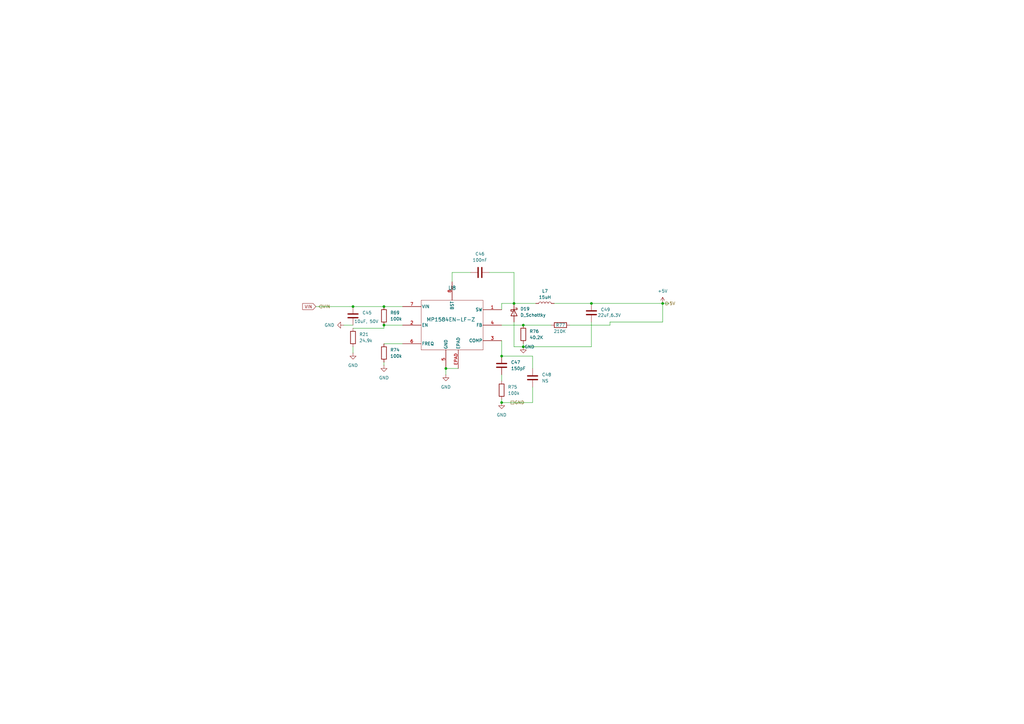
<source format=kicad_sch>
(kicad_sch (version 20250114) (generator "eeschema") (generator_version "9.0")
  (paper "A3")
  (title_block (title "Edgehax 4G to Eth") (date "2025-08-23") (rev "V2") (company "Edgehax") (comment 2 "Varshini CB"))
  (lib_symbols
    (symbol "Device:C" (pin_numbers (hide yes)) (pin_names (offset 0.254))
      (property "Reference" "C" (at 0.635 2.54 0))
      (property "Value" "C" (at 0.635 -2.54 0))
      (symbol "C_0_1"
        (polyline (pts (xy -2.032 0.762) (xy 2.032 0.762)) (stroke (width 0.508)))
        (polyline (pts (xy -2.032 -0.762) (xy 2.032 -0.762)) (stroke (width 0.508)))
      )
      (symbol "C_1_1"
        (pin passive line (at 0 3.81 270) (length 2.794) (name "~") (number "1"))
        (pin passive line (at 0 -3.81 90) (length 2.794) (name "~") (number "2"))
      )
    )
    (symbol "Device:D_Schottky" (pin_numbers (hide yes)) (pin_names (offset 1.016) (hide yes))
      (property "Reference" "D" (at 0 2.54 0))
      (property "Value" "D_Schottky" (at 0 -2.54 0))
      (symbol "D_Schottky_0_1"
        (polyline (pts (xy -1.905 0.635) (xy -1.905 1.27) (xy -1.27 1.27) (xy -1.27 -1.27) (xy -0.635 -1.27) (xy -0.635 -0.635)) (stroke (width 0.254)))
        (polyline (pts (xy 1.27 1.27) (xy 1.27 -1.27) (xy -1.27 0) (xy 1.27 1.27)) (stroke (width 0.254)))
        (polyline (pts (xy 1.27 0) (xy -1.27 0)))
      )
      (symbol "D_Schottky_1_1"
        (pin passive line (at -3.81 0 0) (length 2.54) (name "K") (number "1"))
        (pin passive line (at 3.81 0 180) (length 2.54) (name "A") (number "2"))
      )
    )
    (symbol "Device:L" (pin_numbers (hide yes)) (pin_names (offset 1.016) (hide yes))
      (property "Reference" "L" (at -1.27 0 90))
      (property "Value" "L" (at 1.905 0 90))
      (symbol "L_0_1"
        (arc (start 0 2.54) (mid 0.6323 1.905) (end 0 1.27))
        (arc (start 0 1.27) (mid 0.6323 0.635) (end 0 0))
        (arc (start 0 0) (mid 0.6323 -0.635) (end 0 -1.27))
        (arc (start 0 -1.27) (mid 0.6323 -1.905) (end 0 -2.54))
      )
      (symbol "L_1_1"
        (pin passive line (at 0 3.81 270) (length 1.27) (name "1") (number "1"))
        (pin passive line (at 0 -3.81 90) (length 1.27) (name "2") (number "2"))
      )
    )
    (symbol "Device:R" (pin_numbers (hide yes)) (pin_names (offset 0))
      (property "Reference" "R" (at 2.032 0 90))
      (property "Value" "R" (at 0 0 90))
      (symbol "R_0_1"
        (rectangle (start -1.016 -2.54) (end 1.016 2.54) (stroke (width 0.254)))
      )
      (symbol "R_1_1"
        (pin passive line (at 0 3.81 270) (length 1.27) (name "~") (number "1"))
        (pin passive line (at 0 -3.81 90) (length 1.27) (name "~") (number "2"))
      )
    )
    (symbol "MP1584:MP1584EN-LF-Z" (pin_names (offset 0.254))
      (property "Reference" "U1" (at 20.32 10.16 0))
      (property "Value" "MP1584EN-LF-Z" (at 20.32 7.62 0))
      (symbol "MP1584EN-LF-Z_0_1"
        (polyline (pts (xy 7.62 5.08) (xy 7.62 -15.24)) (stroke (width 0.127)))
        (polyline (pts (xy 7.62 -15.24) (xy 33.02 -15.24)) (stroke (width 0.127)))
        (polyline (pts (xy 33.02 5.08) (xy 7.62 5.08)) (stroke (width 0.127)))
        (polyline (pts (xy 33.02 -15.24) (xy 33.02 5.08)) (stroke (width 0.127)))
        (pin power_in line (at 0 2.54 0) (length 7.62) (name "VIN") (number "7"))
        (pin input line (at 0 -5.08 0) (length 7.62) (name "EN") (number "2"))
        (pin input line (at 0 -12.7 0) (length 7.62) (name "FREQ") (number "6"))
        (pin power_out line (at 17.78 -22.86 90) (length 7.62) (name "GND") (number "5"))
        (pin unspecified line (at 20.32 12.7 270) (length 7.62) (name "BST") (number "8"))
        (pin power_out line (at 22.86 -22.86 90) (length 7.62) (name "EPAD") (number "EPAD"))
        (pin output line (at 40.64 1.27 180) (length 7.62) (name "SW") (number "1"))
        (pin input line (at 40.64 -5.08 180) (length 7.62) (name "FB") (number "4"))
        (pin output line (at 40.64 -11.43 180) (length 7.62) (name "COMP") (number "3"))
      )
    )
    (symbol "power:+5V" (power) (pin_numbers (hide yes)) (pin_names (offset 0) (hide yes))
      (property "Value" "+5V" (at 0 3.556 0))
      (symbol "+5V_0_1"
        (polyline (pts (xy -0.762 1.27) (xy 0 2.54)))
        (polyline (pts (xy 0 2.54) (xy 0.762 1.27)))
        (polyline (pts (xy 0 0) (xy 0 2.54)))
      )
      (symbol "+5V_1_1"
        (pin power_in line (at 0 0 90) (length 0) (name "~") (number "1"))
      )
    )
    (symbol "power:GND" (power) (pin_numbers (hide yes)) (pin_names (offset 0) (hide yes))
      (property "Value" "GND" (at 0 -3.81 0))
      (symbol "GND_0_1"
        (polyline (pts (xy 0 0) (xy 0 -1.27) (xy 1.27 -1.27) (xy 0 -2.54) (xy -1.27 -1.27) (xy 0 -1.27)))
      )
      (symbol "GND_1_1"
        (pin power_in line (at 0 0 270) (length 0) (name "~") (number "1"))
      )
    )
  )
  (junction (at 182.88 151.13))
  (junction (at 157.48 133.35))
  (junction (at 205.74 146.05))
  (junction (at 210.82 124.46))
  (junction (at 144.78 125.73))
  (junction (at 242.57 124.46))
  (junction (at 205.74 165.1))
  (junction (at 271.78 124.46))
  (junction (at 214.63 142.24))
  (junction (at 157.48 125.73))
  (junction (at 214.63 133.35))
  (wire (pts (xy 218.44 151.13) (xy 218.44 146.05)))
  (wire (pts (xy 218.44 146.05) (xy 205.74 146.05)))
  (wire (pts (xy 144.78 134.62) (xy 157.48 134.62)))
  (wire (pts (xy 157.48 148.59) (xy 157.48 149.86)))
  (wire (pts (xy 157.48 125.73) (xy 165.1 125.73)))
  (wire (pts (xy 182.88 151.13) (xy 182.88 153.67)))
  (wire (pts (xy 210.82 124.46) (xy 219.71 124.46)))
  (wire (pts (xy 205.74 163.83) (xy 205.74 165.1)))
  (wire (pts (xy 185.42 115.57) (xy 185.42 111.76)))
  (wire (pts (xy 242.57 132.08) (xy 242.57 142.24)))
  (wire (pts (xy 210.82 111.76) (xy 210.82 124.46)))
  (wire (pts (xy 271.78 132.08) (xy 271.78 124.46)))
  (wire (pts (xy 144.78 125.73) (xy 157.48 125.73)))
  (wire (pts (xy 205.74 124.46) (xy 210.82 124.46)))
  (wire (pts (xy 214.63 140.97) (xy 214.63 142.24)))
  (wire (pts (xy 157.48 134.62) (xy 157.48 133.35)))
  (wire (pts (xy 205.74 139.7) (xy 205.74 146.05)))
  (wire (pts (xy 205.74 133.35) (xy 214.63 133.35)))
  (wire (pts (xy 250.19 132.08) (xy 271.78 132.08)))
  (wire (pts (xy 227.33 124.46) (xy 242.57 124.46)))
  (wire (pts (xy 210.82 142.24) (xy 214.63 142.24)))
  (wire (pts (xy 214.63 133.35) (xy 226.06 133.35)))
  (wire (pts (xy 205.74 127) (xy 205.74 124.46)))
  (wire (pts (xy 144.78 142.24) (xy 144.78 144.78)))
  (wire (pts (xy 250.19 133.35) (xy 250.19 132.08)))
  (wire (pts (xy 233.68 133.35) (xy 250.19 133.35)))
  (wire (pts (xy 157.48 140.97) (xy 165.1 140.97)))
  (wire (pts (xy 271.78 124.46) (xy 274.32 124.46)))
  (wire (pts (xy 210.82 132.08) (xy 210.82 142.24)))
  (wire (pts (xy 242.57 124.46) (xy 271.78 124.46)))
  (wire (pts (xy 205.74 153.67) (xy 205.74 156.21)))
  (wire (pts (xy 218.44 165.1) (xy 205.74 165.1)))
  (wire (pts (xy 140.97 133.35) (xy 144.78 133.35)))
  (wire (pts (xy 185.42 111.76) (xy 193.04 111.76)))
  (wire (pts (xy 144.78 125.73) (xy 129.54 125.73)))
  (wire (pts (xy 157.48 133.35) (xy 165.1 133.35)))
  (wire (pts (xy 187.96 151.13) (xy 182.88 151.13)))
  (wire (pts (xy 242.57 142.24) (xy 214.63 142.24)))
  (wire (pts (xy 218.44 158.75) (xy 218.44 165.1)))
  (wire (pts (xy 200.66 111.76) (xy 210.82 111.76)))
  (global_label "VIN" (shape input) (at 129.54 125.73 180) (property "Intersheetrefs" "${INTERSHEET_REFS}" (effects (hide yes))))
  (hierarchical_label "GND" (shape passive) (at 209.55 165.1 0))
  (hierarchical_label "5V" (shape output) (at 273.05 124.46 0))
  (hierarchical_label "VIN" (shape input) (at 130.81 125.73 0))
  (symbol (lib_id "power:GND") (at 182.88 153.67 0) (unit 1)
    (property "Reference" "#PWR0135" (effects (hide yes)))
    (property "Value" "GND" (at 182.88 158.75 0))
    (property "Description" "Power symbol creates a global label with name \"GND\" , ground" (effects (hide yes)))
  )
  (symbol (lib_id "power:GND") (at 144.78 144.78 0) (unit 1)
    (property "Reference" "#PWR0133" (effects (hide yes)))
    (property "Value" "GND" (at 144.78 149.86 0))
    (property "Description" "Power symbol creates a global label with name \"GND\" , ground" (effects (hide yes)))
  )
  (symbol (lib_id "power:GND") (at 205.74 165.1 0) (unit 1)
    (property "Reference" "#PWR0137" (effects (hide yes)))
    (property "Value" "GND" (at 205.74 170.18 0))
    (property "Description" "Power symbol creates a global label with name \"GND\" , ground" (effects (hide yes)))
  )
  (symbol (lib_id "Device:R") (at 229.87 133.35 90) (unit 1)
    (property "Reference" "R77" (at 229.87 133.35 90))
    (property "Value" "210K" (at 229.616 135.89 90))
    (property "Footprint" "Resistor_SMD:R_0402_1005Metric" (effects (hide yes)))
    (property "Description" "Resistor" (effects (hide yes)))
  )
  (symbol (lib_id "Device:C") (at 218.44 154.94 0) (unit 1)
    (property "Reference" "C48" (at 222.25 153.6699 0) (effects (justify left)))
    (property "Value" "NS" (at 222.25 156.2099 0) (effects (justify left)))
    (property "Footprint" "Capacitor_SMD:C_0201_0603Metric" (effects (hide yes)))
    (property "Description" "Unpolarized capacitor" (effects (hide yes)))
  )
  (symbol (lib_id "power:+5V") (at 271.78 124.46 0) (unit 1)
    (property "Reference" "#PWR0139" (effects (hide yes)))
    (property "Value" "+5V" (at 271.78 119.38 0))
    (property "Description" "Power symbol creates a global label with name \"+5V\"" (effects (hide yes)))
  )
  (symbol (lib_id "Device:C") (at 144.78 129.54 0) (unit 1)
    (property "Reference" "C45" (at 148.59 128.2699 0) (effects (justify left)))
    (property "Value" "10uF, 50V" (at 145.288 131.826 0) (effects (justify left)))
    (property "Footprint" "Capacitor_SMD:C_0201_0603Metric" (effects (hide yes)))
    (property "Description" "Unpolarized capacitor" (effects (hide yes)))
  )
  (symbol (lib_id "Device:D_Schottky") (at 210.82 128.27 270) (unit 1)
    (property "Reference" "D19" (at 213.36 126.6824 90) (effects (justify left)))
    (property "Value" "D_Schottky" (at 213.36 129.2224 90) (effects (justify left)))
    (property "Footprint" "Diode_SMD:D_0201_0603Metric" (effects (hide yes)))
    (property "Description" "Schottky diode" (effects (hide yes)))
  )
  (symbol (lib_id "Device:R") (at 157.48 144.78 0) (unit 1)
    (property "Reference" "R74" (at 160.02 143.5099 0) (effects (justify left)))
    (property "Value" "100k" (at 160.02 146.0499 0) (effects (justify left)))
    (property "Footprint" "Resistor_SMD:R_0402_1005Metric" (effects (hide yes)))
    (property "Description" "Resistor" (effects (hide yes)))
  )
  (symbol (lib_id "Device:C") (at 205.74 149.86 0) (unit 1)
    (property "Reference" "C47" (at 209.55 148.5899 0) (effects (justify left)))
    (property "Value" "150pF" (at 209.55 151.1299 0) (effects (justify left)))
    (property "Footprint" "Capacitor_SMD:C_0201_0603Metric" (effects (hide yes)))
    (property "Description" "Unpolarized capacitor" (effects (hide yes)))
  )
  (symbol (lib_id "power:GND") (at 140.97 133.35 270) (unit 1)
    (property "Reference" "#PWR026" (effects (hide yes)))
    (property "Value" "GND" (at 137.16 133.3499 90) (effects (justify right)))
    (property "Description" "Power symbol creates a global label with name \"GND\" , ground" (effects (hide yes)))
  )
  (symbol (lib_id "Device:C") (at 242.57 128.27 0) (unit 1)
    (property "Reference" "C49" (at 246.38 126.9999 0) (effects (justify left)))
    (property "Value" "22uF,6.3V" (at 245.11 129.286 0) (effects (justify left)))
    (property "Footprint" "Capacitor_SMD:C_0201_0603Metric" (effects (hide yes)))
    (property "Description" "Unpolarized capacitor" (effects (hide yes)))
  )
  (symbol (lib_id "power:GND") (at 157.48 149.86 0) (unit 1)
    (property "Reference" "#PWR0134" (effects (hide yes)))
    (property "Value" "GND" (at 157.48 154.94 0))
    (property "Description" "Power symbol creates a global label with name \"GND\" , ground" (effects (hide yes)))
  )
  (symbol (lib_id "Device:L") (at 223.52 124.46 90) (unit 1)
    (property "Reference" "L7" (at 223.52 119.38 90))
    (property "Value" "15uH" (at 223.52 121.92 90))
    (property "Footprint" "Inductor_SMD:L_0805_2012Metric" (effects (hide yes)))
    (property "Description" "Inductor" (effects (hide yes)))
  )
  (symbol (lib_id "Device:R") (at 157.48 129.54 0) (unit 1)
    (property "Reference" "R69" (at 160.02 128.2699 0) (effects (justify left)))
    (property "Value" "100k" (at 160.02 130.8099 0) (effects (justify left)))
    (property "Footprint" "Resistor_SMD:R_0402_1005Metric" (effects (hide yes)))
    (property "Description" "Resistor" (effects (hide yes)))
  )
  (symbol (lib_id "Device:R") (at 205.74 160.02 0) (unit 1)
    (property "Reference" "R75" (at 208.28 158.7499 0) (effects (justify left)))
    (property "Value" "100k" (at 208.28 161.2899 0) (effects (justify left)))
    (property "Footprint" "Resistor_SMD:R_0402_1005Metric" (effects (hide yes)))
    (property "Description" "Resistor" (effects (hide yes)))
  )
  (symbol (lib_id "Device:R") (at 214.63 137.16 180) (unit 1)
    (property "Reference" "R76" (at 217.17 135.8899 0) (effects (justify right)))
    (property "Value" "40.2K" (at 217.17 138.4299 0) (effects (justify right)))
    (property "Footprint" "Resistor_SMD:R_0402_1005Metric" (effects (hide yes)))
    (property "Description" "Resistor" (effects (hide yes)))
  )
  (symbol (lib_id "Device:R") (at 144.78 138.43 0) (unit 1)
    (property "Reference" "R21" (at 147.32 137.1599 0) (effects (justify left)))
    (property "Value" "24.9k" (at 147.32 139.6999 0) (effects (justify left)))
    (property "Footprint" "Resistor_SMD:R_0402_1005Metric" (effects (hide yes)))
    (property "Description" "Resistor" (effects (hide yes)))
  )
  (symbol (lib_id "power:GND") (at 214.63 142.24 0) (unit 1)
    (property "Reference" "#PWR0138" (effects (hide yes)))
    (property "Value" "GND" (at 217.17 142.24 0))
    (property "Description" "Power symbol creates a global label with name \"GND\" , ground" (effects (hide yes)))
  )
  (symbol (lib_id "MP1584:MP1584EN-LF-Z") (at 165.1 128.27 0) (unit 1)
    (property "Reference" "U8" (at 185.42 118.11 0) (effects (font (size 1.524 1.524))))
    (property "Value" "MP1584EN-LF-Z" (at 184.912 131.064 0) (effects (font (size 1.524 1.524))))
    (property "Footprint" "project_footprints:SOIC8E_MPS" (effects (hide yes)))
    (property "Datasheet" "MP1584EN-LF-Z" (effects (hide yes)))
  )
  (symbol (lib_id "Device:C") (at 196.85 111.76 90) (unit 1)
    (property "Reference" "C46" (at 196.85 104.14 90))
    (property "Value" "100nF" (at 196.85 106.68 90))
    (property "Footprint" "Capacitor_SMD:C_0201_0603Metric" (effects (hide yes)))
    (property "Description" "Unpolarized capacitor" (effects (hide yes)))
  )
)
</source>
